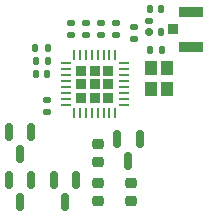
<source format=gbr>
%TF.GenerationSoftware,KiCad,Pcbnew,(6.0.9-0)*%
%TF.CreationDate,2023-01-16T20:49:34+01:00*%
%TF.ProjectId,ray2,72617932-2e6b-4696-9361-645f70636258,rev?*%
%TF.SameCoordinates,Original*%
%TF.FileFunction,Paste,Top*%
%TF.FilePolarity,Positive*%
%FSLAX46Y46*%
G04 Gerber Fmt 4.6, Leading zero omitted, Abs format (unit mm)*
G04 Created by KiCad (PCBNEW (6.0.9-0)) date 2023-01-16 20:49:34*
%MOMM*%
%LPD*%
G01*
G04 APERTURE LIST*
G04 Aperture macros list*
%AMRoundRect*
0 Rectangle with rounded corners*
0 $1 Rounding radius*
0 $2 $3 $4 $5 $6 $7 $8 $9 X,Y pos of 4 corners*
0 Add a 4 corners polygon primitive as box body*
4,1,4,$2,$3,$4,$5,$6,$7,$8,$9,$2,$3,0*
0 Add four circle primitives for the rounded corners*
1,1,$1+$1,$2,$3*
1,1,$1+$1,$4,$5*
1,1,$1+$1,$6,$7*
1,1,$1+$1,$8,$9*
0 Add four rect primitives between the rounded corners*
20,1,$1+$1,$2,$3,$4,$5,0*
20,1,$1+$1,$4,$5,$6,$7,0*
20,1,$1+$1,$6,$7,$8,$9,0*
20,1,$1+$1,$8,$9,$2,$3,0*%
G04 Aperture macros list end*
%ADD10RoundRect,0.135000X-0.135000X-0.185000X0.135000X-0.185000X0.135000X0.185000X-0.135000X0.185000X0*%
%ADD11RoundRect,0.225000X-0.250000X0.225000X-0.250000X-0.225000X0.250000X-0.225000X0.250000X0.225000X0*%
%ADD12RoundRect,0.140000X0.170000X-0.140000X0.170000X0.140000X-0.170000X0.140000X-0.170000X-0.140000X0*%
%ADD13RoundRect,0.140000X-0.140000X-0.170000X0.140000X-0.170000X0.140000X0.170000X-0.140000X0.170000X0*%
%ADD14RoundRect,0.150000X-0.150000X0.587500X-0.150000X-0.587500X0.150000X-0.587500X0.150000X0.587500X0*%
%ADD15R,0.950000X0.900000*%
%ADD16R,2.100000X0.950000*%
%ADD17R,1.000000X1.150000*%
%ADD18RoundRect,0.135000X0.185000X-0.135000X0.185000X0.135000X-0.185000X0.135000X-0.185000X-0.135000X0*%
%ADD19RoundRect,0.232500X-0.232500X0.232500X-0.232500X-0.232500X0.232500X-0.232500X0.232500X0.232500X0*%
%ADD20RoundRect,0.062500X-0.062500X0.375000X-0.062500X-0.375000X0.062500X-0.375000X0.062500X0.375000X0*%
%ADD21RoundRect,0.062500X-0.375000X0.062500X-0.375000X-0.062500X0.375000X-0.062500X0.375000X0.062500X0*%
%ADD22RoundRect,0.147500X-0.172500X0.147500X-0.172500X-0.147500X0.172500X-0.147500X0.172500X0.147500X0*%
%ADD23RoundRect,0.135000X-0.185000X0.135000X-0.185000X-0.135000X0.185000X-0.135000X0.185000X0.135000X0*%
%ADD24RoundRect,0.147500X-0.147500X-0.172500X0.147500X-0.172500X0.147500X0.172500X-0.147500X0.172500X0*%
%ADD25RoundRect,0.140000X0.140000X0.170000X-0.140000X0.170000X-0.140000X-0.170000X0.140000X-0.170000X0*%
G04 APERTURE END LIST*
D10*
%TO.C,R4*%
X135190000Y-97800000D03*
X136210000Y-97800000D03*
%TD*%
D11*
%TO.C,C10*%
X140462000Y-109207000D03*
X140462000Y-110757000D03*
%TD*%
D12*
%TO.C,C2*%
X143510000Y-97000000D03*
X143510000Y-96040000D03*
%TD*%
D13*
%TO.C,C7*%
X144909600Y-97942400D03*
X145869600Y-97942400D03*
%TD*%
%TO.C,C1*%
X144870000Y-94488000D03*
X145830000Y-94488000D03*
%TD*%
D14*
%TO.C,Q1*%
X134808000Y-104894500D03*
X132908000Y-104894500D03*
X133858000Y-106769500D03*
%TD*%
D15*
%TO.C,J1*%
X146812500Y-96200000D03*
D16*
X148337500Y-94725000D03*
X148337500Y-97675000D03*
%TD*%
D17*
%TO.C,Y1*%
X144943600Y-99505800D03*
X144943600Y-101255800D03*
X146343600Y-101255800D03*
X146343600Y-99505800D03*
%TD*%
D18*
%TO.C,R2*%
X136169400Y-103176800D03*
X136169400Y-102156800D03*
%TD*%
D12*
%TO.C,C3*%
X138176000Y-96660000D03*
X138176000Y-95700000D03*
%TD*%
D19*
%TO.C,U1*%
X139058000Y-100838000D03*
X140208000Y-101988000D03*
X139058000Y-101988000D03*
X139058000Y-99688000D03*
X140208000Y-100838000D03*
X141358000Y-101988000D03*
X141358000Y-99688000D03*
X140208000Y-99688000D03*
X141358000Y-100838000D03*
D20*
X141958000Y-98400500D03*
X141458000Y-98400500D03*
X140958000Y-98400500D03*
X140458000Y-98400500D03*
X139958000Y-98400500D03*
X139458000Y-98400500D03*
X138958000Y-98400500D03*
X138458000Y-98400500D03*
D21*
X137770500Y-99088000D03*
X137770500Y-99588000D03*
X137770500Y-100088000D03*
X137770500Y-100588000D03*
X137770500Y-101088000D03*
X137770500Y-101588000D03*
X137770500Y-102088000D03*
X137770500Y-102588000D03*
D20*
X138458000Y-103275500D03*
X138958000Y-103275500D03*
X139458000Y-103275500D03*
X139958000Y-103275500D03*
X140458000Y-103275500D03*
X140958000Y-103275500D03*
X141458000Y-103275500D03*
X141958000Y-103275500D03*
D21*
X142645500Y-102588000D03*
X142645500Y-102088000D03*
X142645500Y-101588000D03*
X142645500Y-101088000D03*
X142645500Y-100588000D03*
X142645500Y-100088000D03*
X142645500Y-99588000D03*
X142645500Y-99088000D03*
%TD*%
D11*
%TO.C,C5*%
X143256000Y-109207000D03*
X143256000Y-110757000D03*
%TD*%
D10*
%TO.C,R3*%
X135210000Y-98860000D03*
X136230000Y-98860000D03*
%TD*%
D14*
%TO.C,Q2*%
X134808000Y-108958500D03*
X132908000Y-108958500D03*
X133858000Y-110833500D03*
%TD*%
D12*
%TO.C,C4*%
X141986000Y-96660000D03*
X141986000Y-95700000D03*
%TD*%
D22*
%TO.C,L1*%
X144800000Y-95483000D03*
X144800000Y-96453000D03*
%TD*%
D23*
%TO.C,R1*%
X139446000Y-95670000D03*
X139446000Y-96690000D03*
%TD*%
D24*
%TO.C,L2*%
X144830000Y-96400000D03*
X145800000Y-96400000D03*
%TD*%
D25*
%TO.C,C6*%
X136192200Y-99974400D03*
X135232200Y-99974400D03*
%TD*%
D11*
%TO.C,C8*%
X140462000Y-105905000D03*
X140462000Y-107455000D03*
%TD*%
D14*
%TO.C,U3*%
X144002800Y-105488500D03*
X142102800Y-105488500D03*
X143052800Y-107363500D03*
%TD*%
%TO.C,Q3*%
X138618000Y-108958500D03*
X136718000Y-108958500D03*
X137668000Y-110833500D03*
%TD*%
D12*
%TO.C,C9*%
X140716000Y-96660000D03*
X140716000Y-95700000D03*
%TD*%
M02*

</source>
